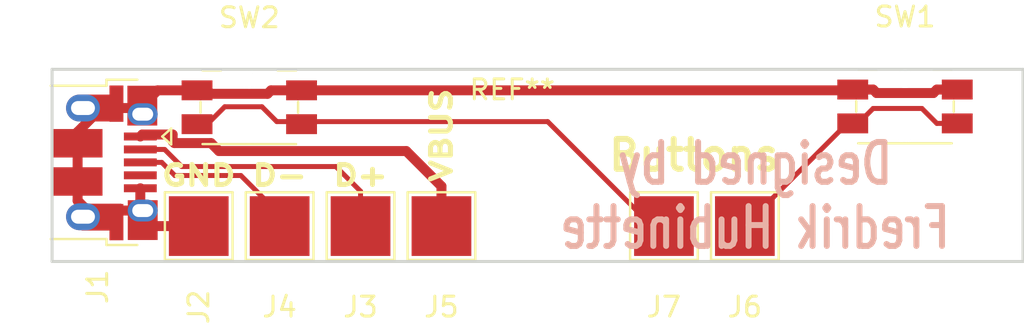
<source format=kicad_pcb>
(kicad_pcb (version 20171130) (host pcbnew 5.0.2-bee76a0~70~ubuntu18.04.1)

  (general
    (thickness 1.6)
    (drawings 10)
    (tracks 63)
    (zones 0)
    (modules 10)
    (nets 7)
  )

  (page A4)
  (layers
    (0 F.Cu signal)
    (31 B.Cu signal)
    (33 F.Adhes user)
    (35 F.Paste user)
    (36 B.SilkS user)
    (37 F.SilkS user)
    (39 F.Mask user)
    (40 Dwgs.User user)
    (41 Cmts.User user)
    (42 Eco1.User user)
    (43 Eco2.User user)
    (44 Edge.Cuts user)
    (45 Margin user)
    (46 B.CrtYd user)
    (47 F.CrtYd user)
    (49 F.Fab user)
  )

  (setup
    (last_trace_width 0.25)
    (trace_clearance 0.2)
    (zone_clearance 0.508)
    (zone_45_only no)
    (trace_min 0.2)
    (segment_width 0.2)
    (edge_width 0.15)
    (via_size 0.8)
    (via_drill 0.4)
    (via_min_size 0.4)
    (via_min_drill 0.3)
    (uvia_size 0.3)
    (uvia_drill 0.1)
    (uvias_allowed no)
    (uvia_min_size 0.2)
    (uvia_min_drill 0.1)
    (pcb_text_width 0.3)
    (pcb_text_size 1.5 1.5)
    (mod_edge_width 0.15)
    (mod_text_size 1 1)
    (mod_text_width 0.15)
    (pad_size 1.524 1.524)
    (pad_drill 0.762)
    (pad_to_mask_clearance 0.051)
    (solder_mask_min_width 0.25)
    (aux_axis_origin 0 0)
    (visible_elements FFFFFF7F)
    (pcbplotparams
      (layerselection 0x010fc_ffffffff)
      (usegerberextensions false)
      (usegerberattributes false)
      (usegerberadvancedattributes false)
      (creategerberjobfile false)
      (excludeedgelayer true)
      (linewidth 0.100000)
      (plotframeref false)
      (viasonmask false)
      (mode 1)
      (useauxorigin false)
      (hpglpennumber 1)
      (hpglpenspeed 20)
      (hpglpendiameter 15.000000)
      (psnegative false)
      (psa4output false)
      (plotreference true)
      (plotvalue true)
      (plotinvisibletext false)
      (padsonsilk false)
      (subtractmaskfromsilk false)
      (outputformat 1)
      (mirror false)
      (drillshape 1)
      (scaleselection 1)
      (outputdirectory ""))
  )

  (net 0 "")
  (net 1 "Net-(J1-Pad5)")
  (net 2 "Net-(J1-Pad1)")
  (net 3 "Net-(J1-Pad2)")
  (net 4 "Net-(J1-Pad3)")
  (net 5 "Net-(J6-Pad1)")
  (net 6 "Net-(J7-Pad1)")

  (net_class Default "This is the default net class."
    (clearance 0.2)
    (trace_width 0.25)
    (via_dia 0.8)
    (via_drill 0.4)
    (uvia_dia 0.3)
    (uvia_drill 0.1)
    (add_net "Net-(J1-Pad1)")
    (add_net "Net-(J1-Pad2)")
    (add_net "Net-(J1-Pad3)")
    (add_net "Net-(J1-Pad5)")
    (add_net "Net-(J6-Pad1)")
    (add_net "Net-(J7-Pad1)")
  )

  (module Connector_USB:USB_Micro-B_Amphenol_10103594-0001LF_Horizontal (layer F.Cu) (tedit 5A1DC0BD) (tstamp 5E07C389)
    (at 22.733 50.673 270)
    (descr "Micro USB Type B 10103594-0001LF, http://cdn.amphenol-icc.com/media/wysiwyg/files/drawing/10103594.pdf")
    (tags "USB USB_B USB_micro USB_OTG")
    (path /5DFC5A9E)
    (attr smd)
    (fp_text reference J1 (at 6.223 0.381 270) (layer F.SilkS)
      (effects (font (size 1 1) (thickness 0.15)))
    )
    (fp_text value USB_B_Micro (at -0.025 4.435 270) (layer F.Fab)
      (effects (font (size 1 1) (thickness 0.15)))
    )
    (fp_text user "PCB edge" (at -0.025 2.235 270) (layer Dwgs.User)
      (effects (font (size 0.5 0.5) (thickness 0.075)))
    )
    (fp_text user %R (at -0.025 -0.015 90) (layer F.Fab)
      (effects (font (size 1 1) (thickness 0.15)))
    )
    (fp_line (start -4.175 -0.065) (end -4.175 -1.615) (layer F.SilkS) (width 0.12))
    (fp_line (start -4.175 -0.065) (end -3.875 -0.065) (layer F.SilkS) (width 0.12))
    (fp_line (start -3.875 2.735) (end -3.875 -0.065) (layer F.SilkS) (width 0.12))
    (fp_line (start 4.125 -0.065) (end 4.125 -1.615) (layer F.SilkS) (width 0.12))
    (fp_line (start 3.825 -0.065) (end 4.125 -0.065) (layer F.SilkS) (width 0.12))
    (fp_line (start 3.825 2.735) (end 3.825 -0.065) (layer F.SilkS) (width 0.12))
    (fp_line (start -0.925 -3.315) (end -1.325 -2.865) (layer F.SilkS) (width 0.12))
    (fp_line (start -1.725 -3.315) (end -0.925 -3.315) (layer F.SilkS) (width 0.12))
    (fp_line (start -1.325 -2.865) (end -1.725 -3.315) (layer F.SilkS) (width 0.12))
    (fp_line (start -3.775 -0.865) (end -2.975 -1.615) (layer F.Fab) (width 0.12))
    (fp_line (start 3.725 3.335) (end -3.775 3.335) (layer F.Fab) (width 0.12))
    (fp_line (start 3.725 -1.615) (end 3.725 3.335) (layer F.Fab) (width 0.12))
    (fp_line (start -2.975 -1.615) (end 3.725 -1.615) (layer F.Fab) (width 0.12))
    (fp_line (start -3.775 3.335) (end -3.775 -0.865) (layer F.Fab) (width 0.12))
    (fp_line (start -4.025 2.835) (end 3.975 2.835) (layer Dwgs.User) (width 0.1))
    (fp_line (start -4.13 -2.88) (end 4.14 -2.88) (layer F.CrtYd) (width 0.05))
    (fp_line (start -4.13 -2.88) (end -4.13 3.58) (layer F.CrtYd) (width 0.05))
    (fp_line (start 4.14 3.58) (end 4.14 -2.88) (layer F.CrtYd) (width 0.05))
    (fp_line (start 4.14 3.58) (end -4.13 3.58) (layer F.CrtYd) (width 0.05))
    (pad 6 smd rect (at 2.725 0.185 270) (size 1.35 2) (layers F.Cu F.Paste F.Mask)
      (net 1 "Net-(J1-Pad5)"))
    (pad 6 smd rect (at -2.755 0.185 270) (size 1.35 2) (layers F.Cu F.Paste F.Mask)
      (net 1 "Net-(J1-Pad5)"))
    (pad 6 smd rect (at -2.975 -0.565 270) (size 1.825 0.7) (layers F.Cu F.Paste F.Mask)
      (net 1 "Net-(J1-Pad5)"))
    (pad 6 smd rect (at 2.975 -0.565 270) (size 1.825 0.7) (layers F.Cu F.Paste F.Mask)
      (net 1 "Net-(J1-Pad5)"))
    (pad 6 smd rect (at -2.875 -1.865 270) (size 2 1.5) (layers F.Cu F.Paste F.Mask)
      (net 1 "Net-(J1-Pad5)"))
    (pad 6 smd rect (at 2.875 -1.885 270) (size 2 1.5) (layers F.Cu F.Paste F.Mask)
      (net 1 "Net-(J1-Pad5)"))
    (pad 1 smd rect (at -1.325 -1.765) (size 1.65 0.4) (layers F.Cu F.Paste F.Mask)
      (net 2 "Net-(J1-Pad1)"))
    (pad 2 smd rect (at -0.675 -1.765) (size 1.65 0.4) (layers F.Cu F.Paste F.Mask)
      (net 3 "Net-(J1-Pad2)"))
    (pad 3 smd rect (at -0.025 -1.765) (size 1.65 0.4) (layers F.Cu F.Paste F.Mask)
      (net 4 "Net-(J1-Pad3)"))
    (pad 4 smd rect (at 0.625 -1.765) (size 1.65 0.4) (layers F.Cu F.Paste F.Mask))
    (pad 5 smd rect (at 1.275 -1.765) (size 1.65 0.4) (layers F.Cu F.Paste F.Mask)
      (net 1 "Net-(J1-Pad5)"))
    (pad 6 thru_hole oval (at -2.445 -1.885) (size 1.5 1.1) (drill oval 1.05 0.65) (layers *.Cu *.Mask)
      (net 1 "Net-(J1-Pad5)"))
    (pad 6 thru_hole oval (at 2.395 -1.885) (size 1.5 1.1) (drill oval 1.05 0.65) (layers *.Cu *.Mask)
      (net 1 "Net-(J1-Pad5)"))
    (pad 6 thru_hole oval (at -2.755 1.115) (size 1.7 1.35) (drill oval 1.2 0.7) (layers *.Cu *.Mask)
      (net 1 "Net-(J1-Pad5)"))
    (pad 6 thru_hole oval (at 2.705 1.115) (size 1.7 1.35) (drill oval 1.2 0.7) (layers *.Cu *.Mask)
      (net 1 "Net-(J1-Pad5)"))
    (pad 6 smd rect (at -0.985 1.385) (size 2.5 1.43) (layers F.Cu F.Paste F.Mask)
      (net 1 "Net-(J1-Pad5)"))
    (pad 6 smd rect (at 0.935 1.385) (size 2.5 1.43) (layers F.Cu F.Paste F.Mask)
      (net 1 "Net-(J1-Pad5)"))
    (model ${KISYS3DMOD}/Connector_USB.3dshapes/USB_Micro-B_Amphenol_10103594-0001LF_Horizontal.wrl
      (at (xyz 0 0 0))
      (scale (xyz 1 1 1))
      (rotate (xyz 0 0 0))
    )
  )

  (module Button_Switch_SMD:Panasonic_EVQPUL_EVQPUC (layer F.Cu) (tedit 5A02FC95) (tstamp 5E07B865)
    (at 62.907 47.84)
    (descr http://industrial.panasonic.com/cdbs/www-data/pdf/ATV0000/ATV0000CE5.pdf)
    (tags "SMD SMT SPST EVQPUL EVQPUC")
    (path /5DFC5EEE)
    (attr smd)
    (fp_text reference SW1 (at 0 -4.5) (layer F.SilkS)
      (effects (font (size 1 1) (thickness 0.15)))
    )
    (fp_text value SW_Push (at 0 3.5) (layer F.Fab)
      (effects (font (size 1 1) (thickness 0.15)))
    )
    (fp_text user %R (at 0 0) (layer F.Fab)
      (effects (font (size 1 1) (thickness 0.15)))
    )
    (fp_line (start 3.9 2.25) (end 3.9 -3.25) (layer F.CrtYd) (width 0.05))
    (fp_line (start 2.35 -1.85) (end 1.425 -1.85) (layer F.SilkS) (width 0.12))
    (fp_line (start 2.35 1.85) (end -2.35 1.85) (layer F.SilkS) (width 0.12))
    (fp_line (start -2.45 0.275) (end -2.45 -0.275) (layer F.SilkS) (width 0.12))
    (fp_line (start -1.3 -2.75) (end -1.3 -1.75) (layer F.Fab) (width 0.1))
    (fp_line (start 1.3 -2.75) (end 1.3 -1.75) (layer F.Fab) (width 0.1))
    (fp_line (start 1.3 -2.75) (end -1.3 -2.75) (layer F.Fab) (width 0.1))
    (fp_line (start 2.35 1.75) (end 2.35 -1.75) (layer F.Fab) (width 0.1))
    (fp_line (start -2.35 1.75) (end -2.35 -1.75) (layer F.Fab) (width 0.1))
    (fp_line (start 2.35 -1.75) (end -2.35 -1.75) (layer F.Fab) (width 0.1))
    (fp_line (start 2.35 1.75) (end -2.35 1.75) (layer F.Fab) (width 0.1))
    (fp_line (start 2.45 0.275) (end 2.45 -0.275) (layer F.SilkS) (width 0.12))
    (fp_line (start -1.425 -1.85) (end -2.35 -1.85) (layer F.SilkS) (width 0.12))
    (fp_line (start -3.9 2.25) (end -3.9 -3.25) (layer F.CrtYd) (width 0.05))
    (fp_line (start 3.9 2.25) (end -3.9 2.25) (layer F.CrtYd) (width 0.05))
    (fp_line (start 3.9 -3.25) (end -3.9 -3.25) (layer F.CrtYd) (width 0.05))
    (pad 2 smd rect (at 2.625 0.85 180) (size 1.55 1) (layers F.Cu F.Paste F.Mask)
      (net 5 "Net-(J6-Pad1)"))
    (pad 2 smd rect (at -2.625 0.85 180) (size 1.55 1) (layers F.Cu F.Paste F.Mask)
      (net 5 "Net-(J6-Pad1)"))
    (pad 1 smd rect (at -2.625 -0.85 180) (size 1.55 1) (layers F.Cu F.Paste F.Mask)
      (net 1 "Net-(J1-Pad5)"))
    (pad 1 smd rect (at 2.625 -0.85 180) (size 1.55 1) (layers F.Cu F.Paste F.Mask)
      (net 1 "Net-(J1-Pad5)"))
    (pad "" np_thru_hole circle (at 0 1.375 180) (size 0.75 0.75) (drill 0.75) (layers *.Cu *.Mask))
    (pad "" np_thru_hole circle (at 0 -1.375 180) (size 0.75 0.75) (drill 0.75) (layers *.Cu *.Mask))
    (model ${KISYS3DMOD}/Button_Switch_SMD.3dshapes/Panasonic_EVQPUL_EVQPUC.wrl
      (at (xyz 0 0 0))
      (scale (xyz 1 1 1))
      (rotate (xyz 0 0 0))
    )
  )

  (module Button_Switch_SMD:Panasonic_EVQPUL_EVQPUC (layer F.Cu) (tedit 5A02FC95) (tstamp 5E07D11B)
    (at 29.972 47.879)
    (descr http://industrial.panasonic.com/cdbs/www-data/pdf/ATV0000/ATV0000CE5.pdf)
    (tags "SMD SMT SPST EVQPUL EVQPUC")
    (path /5DFC603E)
    (attr smd)
    (fp_text reference SW2 (at 0 -4.5) (layer F.SilkS)
      (effects (font (size 1 1) (thickness 0.15)))
    )
    (fp_text value SW_Push (at 0 3.5) (layer F.Fab)
      (effects (font (size 1 1) (thickness 0.15)))
    )
    (fp_line (start 3.9 -3.25) (end -3.9 -3.25) (layer F.CrtYd) (width 0.05))
    (fp_line (start 3.9 2.25) (end -3.9 2.25) (layer F.CrtYd) (width 0.05))
    (fp_line (start -3.9 2.25) (end -3.9 -3.25) (layer F.CrtYd) (width 0.05))
    (fp_line (start -1.425 -1.85) (end -2.35 -1.85) (layer F.SilkS) (width 0.12))
    (fp_line (start 2.45 0.275) (end 2.45 -0.275) (layer F.SilkS) (width 0.12))
    (fp_line (start 2.35 1.75) (end -2.35 1.75) (layer F.Fab) (width 0.1))
    (fp_line (start 2.35 -1.75) (end -2.35 -1.75) (layer F.Fab) (width 0.1))
    (fp_line (start -2.35 1.75) (end -2.35 -1.75) (layer F.Fab) (width 0.1))
    (fp_line (start 2.35 1.75) (end 2.35 -1.75) (layer F.Fab) (width 0.1))
    (fp_line (start 1.3 -2.75) (end -1.3 -2.75) (layer F.Fab) (width 0.1))
    (fp_line (start 1.3 -2.75) (end 1.3 -1.75) (layer F.Fab) (width 0.1))
    (fp_line (start -1.3 -2.75) (end -1.3 -1.75) (layer F.Fab) (width 0.1))
    (fp_line (start -2.45 0.275) (end -2.45 -0.275) (layer F.SilkS) (width 0.12))
    (fp_line (start 2.35 1.85) (end -2.35 1.85) (layer F.SilkS) (width 0.12))
    (fp_line (start 2.35 -1.85) (end 1.425 -1.85) (layer F.SilkS) (width 0.12))
    (fp_line (start 3.9 2.25) (end 3.9 -3.25) (layer F.CrtYd) (width 0.05))
    (fp_text user %R (at 0 0) (layer F.Fab)
      (effects (font (size 1 1) (thickness 0.15)))
    )
    (pad "" np_thru_hole circle (at 0 -1.375 180) (size 0.75 0.75) (drill 0.75) (layers *.Cu *.Mask))
    (pad "" np_thru_hole circle (at 0 1.375 180) (size 0.75 0.75) (drill 0.75) (layers *.Cu *.Mask))
    (pad 1 smd rect (at 2.625 -0.85 180) (size 1.55 1) (layers F.Cu F.Paste F.Mask)
      (net 1 "Net-(J1-Pad5)"))
    (pad 1 smd rect (at -2.625 -0.85 180) (size 1.55 1) (layers F.Cu F.Paste F.Mask)
      (net 1 "Net-(J1-Pad5)"))
    (pad 2 smd rect (at -2.625 0.85 180) (size 1.55 1) (layers F.Cu F.Paste F.Mask)
      (net 6 "Net-(J7-Pad1)"))
    (pad 2 smd rect (at 2.625 0.85 180) (size 1.55 1) (layers F.Cu F.Paste F.Mask)
      (net 6 "Net-(J7-Pad1)"))
    (model ${KISYS3DMOD}/Button_Switch_SMD.3dshapes/Panasonic_EVQPUL_EVQPUC.wrl
      (at (xyz 0 0 0))
      (scale (xyz 1 1 1))
      (rotate (xyz 0 0 0))
    )
  )

  (module TestPoint:TestPoint_Pad_3.0x3.0mm (layer F.Cu) (tedit 5A0F774F) (tstamp 5E07C70D)
    (at 27.432 53.848 90)
    (descr "SMD rectangular pad as test Point, square 3.0mm side length")
    (tags "test point SMD pad rectangle square")
    (path /5DFC7B5D)
    (attr virtual)
    (fp_text reference J2 (at -4.064 0 90) (layer F.SilkS)
      (effects (font (size 1 1) (thickness 0.15)))
    )
    (fp_text value Conn_01x01 (at 0 2.55 90) (layer F.Fab)
      (effects (font (size 1 1) (thickness 0.15)))
    )
    (fp_text user %R (at 0 -2.4 90) (layer F.Fab)
      (effects (font (size 1 1) (thickness 0.15)))
    )
    (fp_line (start -1.7 -1.7) (end 1.7 -1.7) (layer F.SilkS) (width 0.12))
    (fp_line (start 1.7 -1.7) (end 1.7 1.7) (layer F.SilkS) (width 0.12))
    (fp_line (start 1.7 1.7) (end -1.7 1.7) (layer F.SilkS) (width 0.12))
    (fp_line (start -1.7 1.7) (end -1.7 -1.7) (layer F.SilkS) (width 0.12))
    (fp_line (start -2 -2) (end 2 -2) (layer F.CrtYd) (width 0.05))
    (fp_line (start -2 -2) (end -2 2) (layer F.CrtYd) (width 0.05))
    (fp_line (start 2 2) (end 2 -2) (layer F.CrtYd) (width 0.05))
    (fp_line (start 2 2) (end -2 2) (layer F.CrtYd) (width 0.05))
    (pad 1 smd rect (at 0 0 90) (size 3 3) (layers F.Cu F.Mask)
      (net 1 "Net-(J1-Pad5)"))
  )

  (module TestPoint:TestPoint_Pad_3.0x3.0mm (layer F.Cu) (tedit 5A0F774F) (tstamp 5E07C71A)
    (at 35.56 53.848)
    (descr "SMD rectangular pad as test Point, square 3.0mm side length")
    (tags "test point SMD pad rectangle square")
    (path /5DFC7BFE)
    (attr virtual)
    (fp_text reference J3 (at 0 4.064) (layer F.SilkS)
      (effects (font (size 1 1) (thickness 0.15)))
    )
    (fp_text value Conn_01x01 (at 0 2.55) (layer F.Fab)
      (effects (font (size 1 1) (thickness 0.15)))
    )
    (fp_line (start 2 2) (end -2 2) (layer F.CrtYd) (width 0.05))
    (fp_line (start 2 2) (end 2 -2) (layer F.CrtYd) (width 0.05))
    (fp_line (start -2 -2) (end -2 2) (layer F.CrtYd) (width 0.05))
    (fp_line (start -2 -2) (end 2 -2) (layer F.CrtYd) (width 0.05))
    (fp_line (start -1.7 1.7) (end -1.7 -1.7) (layer F.SilkS) (width 0.12))
    (fp_line (start 1.7 1.7) (end -1.7 1.7) (layer F.SilkS) (width 0.12))
    (fp_line (start 1.7 -1.7) (end 1.7 1.7) (layer F.SilkS) (width 0.12))
    (fp_line (start -1.7 -1.7) (end 1.7 -1.7) (layer F.SilkS) (width 0.12))
    (fp_text user %R (at 0 -2.4) (layer F.Fab)
      (effects (font (size 1 1) (thickness 0.15)))
    )
    (pad 1 smd rect (at 0 0) (size 3 3) (layers F.Cu F.Mask)
      (net 3 "Net-(J1-Pad2)"))
  )

  (module TestPoint:TestPoint_Pad_3.0x3.0mm (layer F.Cu) (tedit 5A0F774F) (tstamp 5E07C727)
    (at 31.496 53.848)
    (descr "SMD rectangular pad as test Point, square 3.0mm side length")
    (tags "test point SMD pad rectangle square")
    (path /5DFC8609)
    (attr virtual)
    (fp_text reference J4 (at 0 4.064) (layer F.SilkS)
      (effects (font (size 1 1) (thickness 0.15)))
    )
    (fp_text value Conn_01x01 (at 0 2.55) (layer F.Fab)
      (effects (font (size 1 1) (thickness 0.15)))
    )
    (fp_text user %R (at 0 -2.4) (layer F.Fab)
      (effects (font (size 1 1) (thickness 0.15)))
    )
    (fp_line (start -1.7 -1.7) (end 1.7 -1.7) (layer F.SilkS) (width 0.12))
    (fp_line (start 1.7 -1.7) (end 1.7 1.7) (layer F.SilkS) (width 0.12))
    (fp_line (start 1.7 1.7) (end -1.7 1.7) (layer F.SilkS) (width 0.12))
    (fp_line (start -1.7 1.7) (end -1.7 -1.7) (layer F.SilkS) (width 0.12))
    (fp_line (start -2 -2) (end 2 -2) (layer F.CrtYd) (width 0.05))
    (fp_line (start -2 -2) (end -2 2) (layer F.CrtYd) (width 0.05))
    (fp_line (start 2 2) (end 2 -2) (layer F.CrtYd) (width 0.05))
    (fp_line (start 2 2) (end -2 2) (layer F.CrtYd) (width 0.05))
    (pad 1 smd rect (at 0 0) (size 3 3) (layers F.Cu F.Mask)
      (net 4 "Net-(J1-Pad3)"))
  )

  (module TestPoint:TestPoint_Pad_3.0x3.0mm (layer F.Cu) (tedit 5A0F774F) (tstamp 5E07C734)
    (at 39.624 53.848)
    (descr "SMD rectangular pad as test Point, square 3.0mm side length")
    (tags "test point SMD pad rectangle square")
    (path /5DFC862B)
    (attr virtual)
    (fp_text reference J5 (at 0 4.064) (layer F.SilkS)
      (effects (font (size 1 1) (thickness 0.15)))
    )
    (fp_text value Conn_01x01 (at 0 2.55) (layer F.Fab)
      (effects (font (size 1 1) (thickness 0.15)))
    )
    (fp_line (start 2 2) (end -2 2) (layer F.CrtYd) (width 0.05))
    (fp_line (start 2 2) (end 2 -2) (layer F.CrtYd) (width 0.05))
    (fp_line (start -2 -2) (end -2 2) (layer F.CrtYd) (width 0.05))
    (fp_line (start -2 -2) (end 2 -2) (layer F.CrtYd) (width 0.05))
    (fp_line (start -1.7 1.7) (end -1.7 -1.7) (layer F.SilkS) (width 0.12))
    (fp_line (start 1.7 1.7) (end -1.7 1.7) (layer F.SilkS) (width 0.12))
    (fp_line (start 1.7 -1.7) (end 1.7 1.7) (layer F.SilkS) (width 0.12))
    (fp_line (start -1.7 -1.7) (end 1.7 -1.7) (layer F.SilkS) (width 0.12))
    (fp_text user %R (at 0 -2.4) (layer F.Fab)
      (effects (font (size 1 1) (thickness 0.15)))
    )
    (pad 1 smd rect (at 0 0) (size 3 3) (layers F.Cu F.Mask)
      (net 2 "Net-(J1-Pad1)"))
  )

  (module TestPoint:TestPoint_Pad_3.0x3.0mm (layer F.Cu) (tedit 5A0F774F) (tstamp 5E07C741)
    (at 54.864 53.848)
    (descr "SMD rectangular pad as test Point, square 3.0mm side length")
    (tags "test point SMD pad rectangle square")
    (path /5DFC8CBF)
    (attr virtual)
    (fp_text reference J6 (at 0 4.064) (layer F.SilkS)
      (effects (font (size 1 1) (thickness 0.15)))
    )
    (fp_text value Conn_01x01 (at 0 2.55) (layer F.Fab)
      (effects (font (size 1 1) (thickness 0.15)))
    )
    (fp_text user %R (at 0 -2.4) (layer F.Fab)
      (effects (font (size 1 1) (thickness 0.15)))
    )
    (fp_line (start -1.7 -1.7) (end 1.7 -1.7) (layer F.SilkS) (width 0.12))
    (fp_line (start 1.7 -1.7) (end 1.7 1.7) (layer F.SilkS) (width 0.12))
    (fp_line (start 1.7 1.7) (end -1.7 1.7) (layer F.SilkS) (width 0.12))
    (fp_line (start -1.7 1.7) (end -1.7 -1.7) (layer F.SilkS) (width 0.12))
    (fp_line (start -2 -2) (end 2 -2) (layer F.CrtYd) (width 0.05))
    (fp_line (start -2 -2) (end -2 2) (layer F.CrtYd) (width 0.05))
    (fp_line (start 2 2) (end 2 -2) (layer F.CrtYd) (width 0.05))
    (fp_line (start 2 2) (end -2 2) (layer F.CrtYd) (width 0.05))
    (pad 1 smd rect (at 0 0) (size 3 3) (layers F.Cu F.Mask)
      (net 5 "Net-(J6-Pad1)"))
  )

  (module TestPoint:TestPoint_Pad_3.0x3.0mm (layer F.Cu) (tedit 5A0F774F) (tstamp 5E07C74E)
    (at 50.8 53.848)
    (descr "SMD rectangular pad as test Point, square 3.0mm side length")
    (tags "test point SMD pad rectangle square")
    (path /5DFC8CE9)
    (attr virtual)
    (fp_text reference J7 (at 0 4.064) (layer F.SilkS)
      (effects (font (size 1 1) (thickness 0.15)))
    )
    (fp_text value Conn_01x01 (at 0 2.55) (layer F.Fab)
      (effects (font (size 1 1) (thickness 0.15)))
    )
    (fp_line (start 2 2) (end -2 2) (layer F.CrtYd) (width 0.05))
    (fp_line (start 2 2) (end 2 -2) (layer F.CrtYd) (width 0.05))
    (fp_line (start -2 -2) (end -2 2) (layer F.CrtYd) (width 0.05))
    (fp_line (start -2 -2) (end 2 -2) (layer F.CrtYd) (width 0.05))
    (fp_line (start -1.7 1.7) (end -1.7 -1.7) (layer F.SilkS) (width 0.12))
    (fp_line (start 1.7 1.7) (end -1.7 1.7) (layer F.SilkS) (width 0.12))
    (fp_line (start 1.7 -1.7) (end 1.7 1.7) (layer F.SilkS) (width 0.12))
    (fp_line (start -1.7 -1.7) (end 1.7 -1.7) (layer F.SilkS) (width 0.12))
    (fp_text user %R (at 0 -2.4) (layer F.Fab)
      (effects (font (size 1 1) (thickness 0.15)))
    )
    (pad 1 smd rect (at 0 0) (size 3 3) (layers F.Cu F.Mask)
      (net 6 "Net-(J7-Pad1)"))
  )

  (module MountingHole:MountingHole_3.2mm_M3_DIN965 (layer F.Cu) (tedit 56D1B4CB) (tstamp 5E0ACF04)
    (at 43.18 50.8)
    (descr "Mounting Hole 3.2mm, no annular, M3, DIN965")
    (tags "mounting hole 3.2mm no annular m3 din965")
    (attr virtual)
    (fp_text reference REF** (at 0 -3.8) (layer F.SilkS)
      (effects (font (size 1 1) (thickness 0.15)))
    )
    (fp_text value MountingHole_3.2mm_M3_DIN965 (at 0 3.8) (layer F.Fab)
      (effects (font (size 1 1) (thickness 0.15)))
    )
    (fp_circle (center 0 0) (end 3.05 0) (layer F.CrtYd) (width 0.05))
    (fp_circle (center 0 0) (end 2.8 0) (layer Cmts.User) (width 0.15))
    (fp_text user %R (at 0.3 0) (layer F.Fab)
      (effects (font (size 1 1) (thickness 0.15)))
    )
    (pad 1 np_thru_hole circle (at 0 0) (size 3.2 3.2) (drill 3.2) (layers *.Cu *.Mask))
  )

  (gr_text "Designed by\nFredrik Hubinette" (at 55.372 52.324) (layer B.SilkS)
    (effects (font (size 2 1.5) (thickness 0.3)) (justify mirror))
  )
  (gr_text VBUS (at 39.624 49.276 90) (layer F.SilkS) (tstamp 5E07CB97)
    (effects (font (size 1 1.2) (thickness 0.25)))
  )
  (gr_text D+ (at 35.56 51.308) (layer F.SilkS) (tstamp 5E07CADE)
    (effects (font (size 1 1.2) (thickness 0.25)))
  )
  (gr_text D- (at 31.496 51.308) (layer F.SilkS) (tstamp 5E07CAC4)
    (effects (font (size 1 1.2) (thickness 0.25)))
  )
  (gr_text GND (at 27.432 51.308) (layer F.SilkS)
    (effects (font (size 1 1.2) (thickness 0.25)))
  )
  (gr_text "Buttons\n" (at 52.324 50.292) (layer F.SilkS)
    (effects (font (size 1.5 1.5) (thickness 0.3)))
  )
  (gr_line (start 68.834 45.974) (end 20.066 45.974) (layer Edge.Cuts) (width 0.15))
  (gr_line (start 68.834 55.626) (end 68.834 45.974) (layer Edge.Cuts) (width 0.15))
  (gr_line (start 20.066 55.626) (end 68.834 55.626) (layer Edge.Cuts) (width 0.15))
  (gr_line (start 20.066 45.974) (end 20.066 55.626) (layer Edge.Cuts) (width 0.15))

  (segment (start 60.243 47.029) (end 60.282 46.99) (width 0.5) (layer F.Cu) (net 1) (tstamp 5E07CC43))
  (segment (start 32.089 47.029) (end 60.243 47.029) (width 0.5) (layer F.Cu) (net 1) (tstamp 5E07CC91))
  (segment (start 27.864 47.029) (end 26.839 47.029) (width 0.5) (layer F.Cu) (net 1) (tstamp 5E07CC79))
  (segment (start 28.039001 47.204001) (end 27.864 47.029) (width 0.5) (layer F.Cu) (net 1) (tstamp 5E07CC6A))
  (segment (start 30.888999 47.204001) (end 28.039001 47.204001) (width 0.5) (layer F.Cu) (net 1) (tstamp 5E07CC8B))
  (segment (start 31.064 47.029) (end 30.888999 47.204001) (width 0.5) (layer F.Cu) (net 1) (tstamp 5E07CC67))
  (segment (start 32.089 47.029) (end 31.064 47.029) (width 0.5) (layer F.Cu) (net 1) (tstamp 5E07CC49))
  (segment (start 61.482001 47.165001) (end 61.307 46.99) (width 0.5) (layer F.Cu) (net 1) (tstamp 5E07CC4F))
  (segment (start 64.331999 47.165001) (end 61.482001 47.165001) (width 0.5) (layer F.Cu) (net 1) (tstamp 5E07CC73))
  (segment (start 64.507 46.99) (end 64.331999 47.165001) (width 0.5) (layer F.Cu) (net 1) (tstamp 5E07CC7F))
  (segment (start 61.307 46.99) (end 60.282 46.99) (width 0.5) (layer F.Cu) (net 1) (tstamp 5E07CC46))
  (segment (start 65.532 46.99) (end 64.507 46.99) (width 0.5) (layer F.Cu) (net 1) (tstamp 5E07CC40))
  (segment (start 22.878 53.068) (end 22.548 53.398) (width 0.5) (layer F.Cu) (net 1) (tstamp 5E07CC88))
  (segment (start 24.618 53.068) (end 22.878 53.068) (width 0.5) (layer F.Cu) (net 1) (tstamp 5E07CC82))
  (segment (start 21.348 51.608) (end 21.348 49.688) (width 0.5) (layer F.Cu) (net 1) (tstamp 5E07CC5E))
  (segment (start 22.173 53.398) (end 22.548 53.398) (width 0.5) (layer F.Cu) (net 1) (tstamp 5E07CC61))
  (segment (start 21.348 52.573) (end 22.173 53.398) (width 0.5) (layer F.Cu) (net 1) (tstamp 5E07CC4C))
  (segment (start 21.348 51.608) (end 21.348 52.573) (width 0.5) (layer F.Cu) (net 1) (tstamp 5E07CC55))
  (segment (start 21.348 49.118) (end 22.548 47.918) (width 0.5) (layer F.Cu) (net 1) (tstamp 5E07CC6D))
  (segment (start 21.348 49.688) (end 21.348 49.118) (width 0.5) (layer F.Cu) (net 1) (tstamp 5E07CC52))
  (segment (start 24.498 53.428) (end 24.618 53.548) (width 0.5) (layer F.Cu) (net 1) (tstamp 5E07CC70))
  (segment (start 24.498 51.948) (end 24.498 53.428) (width 0.5) (layer F.Cu) (net 1) (tstamp 5E07CC76))
  (segment (start 25.367 47.029) (end 24.598 47.798) (width 0.5) (layer F.Cu) (net 1) (tstamp 5E07CC64))
  (segment (start 26.839 47.029) (end 25.367 47.029) (width 0.5) (layer F.Cu) (net 1) (tstamp 5E07CC58))
  (segment (start 24.478 47.918) (end 24.598 47.798) (width 0.5) (layer F.Cu) (net 1) (tstamp 5E07CC85))
  (segment (start 22.548 47.918) (end 24.478 47.918) (width 0.5) (layer F.Cu) (net 1) (tstamp 5E07CC7C))
  (segment (start 24.918 53.848) (end 24.618 53.548) (width 0.5) (layer F.Cu) (net 1) (tstamp 5E07CC8E))
  (segment (start 27.432 53.848) (end 24.918 53.848) (width 0.5) (layer F.Cu) (net 1) (tstamp 5E07CC5B))
  (segment (start 24.597999 49.248001) (end 24.498 49.348) (width 0.5) (layer F.Cu) (net 2))
  (segment (start 26.121999 49.589001) (end 26.121999 49.248001) (width 0.5) (layer F.Cu) (net 2))
  (segment (start 28.448 50.079001) (end 28.048 49.679001) (width 0.5) (layer F.Cu) (net 2))
  (segment (start 37.855001 50.079001) (end 28.448 50.079001) (width 0.5) (layer F.Cu) (net 2))
  (segment (start 28.048 49.679001) (end 26.211999 49.679001) (width 0.5) (layer F.Cu) (net 2))
  (segment (start 39.624 51.848) (end 37.855001 50.079001) (width 0.5) (layer F.Cu) (net 2))
  (segment (start 39.624 53.848) (end 39.624 51.848) (width 0.5) (layer F.Cu) (net 2))
  (segment (start 26.121999 49.248001) (end 24.597999 49.248001) (width 0.5) (layer F.Cu) (net 2))
  (segment (start 26.211999 49.679001) (end 26.121999 49.589001) (width 0.5) (layer F.Cu) (net 2))
  (segment (start 34.544 53.848) (end 34.544 52.748) (width 0.25) (layer F.Cu) (net 3))
  (segment (start 35.56 52.098) (end 35.56 53.848) (width 0.25) (layer F.Cu) (net 3))
  (segment (start 26.577802 50.85799) (end 34.31999 50.85799) (width 0.25) (layer F.Cu) (net 3))
  (segment (start 25.717812 49.998) (end 26.577802 50.85799) (width 0.25) (layer F.Cu) (net 3))
  (segment (start 34.31999 50.85799) (end 35.56 52.098) (width 0.25) (layer F.Cu) (net 3))
  (segment (start 24.498 49.998) (end 25.717812 49.998) (width 0.25) (layer F.Cu) (net 3))
  (segment (start 25.573 50.648) (end 24.498 50.648) (width 0.25) (layer F.Cu) (net 4))
  (segment (start 26.233 51.308) (end 25.573 50.648) (width 0.25) (layer F.Cu) (net 4))
  (segment (start 29.548 51.308) (end 26.233 51.308) (width 0.25) (layer F.Cu) (net 4))
  (segment (start 30.988 53.848) (end 30.988 52.748) (width 0.25) (layer F.Cu) (net 4))
  (segment (start 30.988 52.748) (end 29.548 51.308) (width 0.25) (layer F.Cu) (net 4))
  (segment (start 60.557 48.69) (end 60.282 48.69) (width 0.25) (layer F.Cu) (net 5))
  (segment (start 63.757 47.94) (end 61.307 47.94) (width 0.25) (layer F.Cu) (net 5))
  (segment (start 64.507 48.69) (end 63.757 47.94) (width 0.25) (layer F.Cu) (net 5))
  (segment (start 61.307 47.94) (end 60.557 48.69) (width 0.25) (layer F.Cu) (net 5))
  (segment (start 65.532 48.69) (end 64.507 48.69) (width 0.25) (layer F.Cu) (net 5))
  (segment (start 60.007 48.69) (end 54.976 53.721) (width 0.25) (layer F.Cu) (net 5))
  (segment (start 54.976 53.721) (end 54.864 53.721) (width 0.25) (layer F.Cu) (net 5))
  (segment (start 60.282 48.69) (end 60.007 48.69) (width 0.25) (layer F.Cu) (net 5))
  (segment (start 31.352312 48.600122) (end 44.960122 48.600122) (width 0.25) (layer F.Cu) (net 6))
  (segment (start 50.081 53.721) (end 51.181 53.721) (width 0.25) (layer F.Cu) (net 6))
  (segment (start 30.606178 47.853988) (end 31.352312 48.600122) (width 0.25) (layer F.Cu) (net 6))
  (segment (start 44.960122 48.600122) (end 50.081 53.721) (width 0.25) (layer F.Cu) (net 6))
  (segment (start 28.739012 47.853988) (end 30.606178 47.853988) (width 0.25) (layer F.Cu) (net 6))
  (segment (start 26.839 48.729) (end 27.864 48.729) (width 0.25) (layer F.Cu) (net 6))
  (segment (start 27.864 48.729) (end 28.739012 47.853988) (width 0.25) (layer F.Cu) (net 6))

)

</source>
